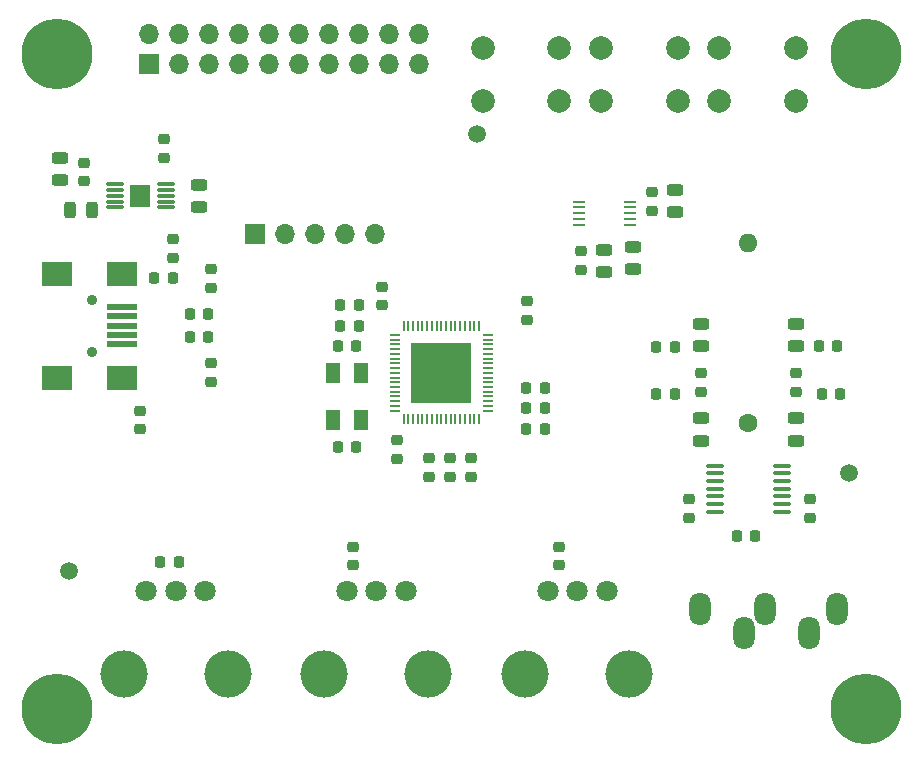
<source format=gbr>
%TF.GenerationSoftware,KiCad,Pcbnew,7.0.7*%
%TF.CreationDate,2023-09-03T16:08:26-07:00*%
%TF.ProjectId,headphone_dac,68656164-7068-46f6-9e65-5f6461632e6b,rev?*%
%TF.SameCoordinates,Original*%
%TF.FileFunction,Soldermask,Top*%
%TF.FilePolarity,Negative*%
%FSLAX46Y46*%
G04 Gerber Fmt 4.6, Leading zero omitted, Abs format (unit mm)*
G04 Created by KiCad (PCBNEW 7.0.7) date 2023-09-03 16:08:26*
%MOMM*%
%LPD*%
G01*
G04 APERTURE LIST*
G04 Aperture macros list*
%AMRoundRect*
0 Rectangle with rounded corners*
0 $1 Rounding radius*
0 $2 $3 $4 $5 $6 $7 $8 $9 X,Y pos of 4 corners*
0 Add a 4 corners polygon primitive as box body*
4,1,4,$2,$3,$4,$5,$6,$7,$8,$9,$2,$3,0*
0 Add four circle primitives for the rounded corners*
1,1,$1+$1,$2,$3*
1,1,$1+$1,$4,$5*
1,1,$1+$1,$6,$7*
1,1,$1+$1,$8,$9*
0 Add four rect primitives between the rounded corners*
20,1,$1+$1,$2,$3,$4,$5,0*
20,1,$1+$1,$4,$5,$6,$7,0*
20,1,$1+$1,$6,$7,$8,$9,0*
20,1,$1+$1,$8,$9,$2,$3,0*%
G04 Aperture macros list end*
%ADD10RoundRect,0.050000X-0.050000X0.362500X-0.050000X-0.362500X0.050000X-0.362500X0.050000X0.362500X0*%
%ADD11RoundRect,0.050000X-0.362500X0.050000X-0.362500X-0.050000X0.362500X-0.050000X0.362500X0.050000X0*%
%ADD12R,5.200000X5.200000*%
%ADD13C,4.000000*%
%ADD14C,1.800000*%
%ADD15RoundRect,0.218750X-0.256250X0.218750X-0.256250X-0.218750X0.256250X-0.218750X0.256250X0.218750X0*%
%ADD16RoundRect,0.218750X-0.218750X-0.256250X0.218750X-0.256250X0.218750X0.256250X-0.218750X0.256250X0*%
%ADD17RoundRect,0.218750X0.218750X0.256250X-0.218750X0.256250X-0.218750X-0.256250X0.218750X-0.256250X0*%
%ADD18RoundRect,0.218750X0.256250X-0.218750X0.256250X0.218750X-0.256250X0.218750X-0.256250X-0.218750X0*%
%ADD19RoundRect,0.243750X0.456250X-0.243750X0.456250X0.243750X-0.456250X0.243750X-0.456250X-0.243750X0*%
%ADD20RoundRect,0.243750X0.243750X0.456250X-0.243750X0.456250X-0.243750X-0.456250X0.243750X-0.456250X0*%
%ADD21RoundRect,0.243750X-0.456250X0.243750X-0.456250X-0.243750X0.456250X-0.243750X0.456250X0.243750X0*%
%ADD22C,0.900000*%
%ADD23R,2.500000X0.500000*%
%ADD24R,2.500000X2.000000*%
%ADD25O,1.800000X2.800000*%
%ADD26C,1.600000*%
%ADD27O,1.600000X1.600000*%
%ADD28C,2.000000*%
%ADD29RoundRect,0.075000X0.650000X0.075000X-0.650000X0.075000X-0.650000X-0.075000X0.650000X-0.075000X0*%
%ADD30R,1.680000X1.880000*%
%ADD31R,1.100000X0.250000*%
%ADD32RoundRect,0.100000X-0.637500X-0.100000X0.637500X-0.100000X0.637500X0.100000X-0.637500X0.100000X0*%
%ADD33R,1.200000X1.800000*%
%ADD34C,6.000000*%
%ADD35C,0.800000*%
%ADD36R,1.700000X1.700000*%
%ADD37O,1.700000X1.700000*%
%ADD38C,1.500000*%
G04 APERTURE END LIST*
D10*
%TO.C,U2*%
X127700000Y-119062500D03*
X127300000Y-119062500D03*
X126900000Y-119062500D03*
X126500000Y-119062500D03*
X126100000Y-119062500D03*
X125700000Y-119062500D03*
X125300000Y-119062500D03*
X124900000Y-119062500D03*
X124500000Y-119062500D03*
X124100000Y-119062500D03*
X123700000Y-119062500D03*
X123300000Y-119062500D03*
X122900000Y-119062500D03*
X122500000Y-119062500D03*
X122100000Y-119062500D03*
X121700000Y-119062500D03*
X121300000Y-119062500D03*
D11*
X120562500Y-119800000D03*
X120562500Y-120200000D03*
X120562500Y-120600000D03*
X120562500Y-121000000D03*
X120562500Y-121400000D03*
X120562500Y-121800000D03*
X120562500Y-122200000D03*
X120562500Y-122600000D03*
X120562500Y-123000000D03*
X120562500Y-123400000D03*
X120562500Y-123800000D03*
X120562500Y-124200000D03*
X120562500Y-124600000D03*
X120562500Y-125000000D03*
X120562500Y-125400000D03*
X120562500Y-125800000D03*
X120562500Y-126200000D03*
D10*
X121300000Y-126937500D03*
X121700000Y-126937500D03*
X122100000Y-126937500D03*
X122500000Y-126937500D03*
X122900000Y-126937500D03*
X123300000Y-126937500D03*
X123700000Y-126937500D03*
X124100000Y-126937500D03*
X124500000Y-126937500D03*
X124900000Y-126937500D03*
X125300000Y-126937500D03*
X125700000Y-126937500D03*
X126100000Y-126937500D03*
X126500000Y-126937500D03*
X126900000Y-126937500D03*
X127300000Y-126937500D03*
X127700000Y-126937500D03*
D11*
X128437500Y-126200000D03*
X128437500Y-125800000D03*
X128437500Y-125400000D03*
X128437500Y-125000000D03*
X128437500Y-124600000D03*
X128437500Y-124200000D03*
X128437500Y-123800000D03*
X128437500Y-123400000D03*
X128437500Y-123000000D03*
X128437500Y-122600000D03*
X128437500Y-122200000D03*
X128437500Y-121800000D03*
X128437500Y-121400000D03*
X128437500Y-121000000D03*
X128437500Y-120600000D03*
X128437500Y-120200000D03*
X128437500Y-119800000D03*
D12*
X124500000Y-123000000D03*
%TD*%
D13*
%TO.C,RV3*%
X140400000Y-148500000D03*
X131600000Y-148500000D03*
D14*
X133500000Y-141500000D03*
X136000000Y-141500000D03*
X138500000Y-141500000D03*
%TD*%
D15*
%TO.C,C1*%
X123500000Y-130212500D03*
X123500000Y-131787500D03*
%TD*%
D16*
%TO.C,C2*%
X131712500Y-126000000D03*
X133287500Y-126000000D03*
%TD*%
D17*
%TO.C,C3*%
X117537500Y-117250000D03*
X115962500Y-117250000D03*
%TD*%
D15*
%TO.C,C4*%
X127000000Y-130212500D03*
X127000000Y-131787500D03*
%TD*%
D18*
%TO.C,C5*%
X119500000Y-117287500D03*
X119500000Y-115712500D03*
%TD*%
D17*
%TO.C,C6*%
X117537500Y-119000000D03*
X115962500Y-119000000D03*
%TD*%
D18*
%TO.C,C8*%
X105000000Y-115787500D03*
X105000000Y-114212500D03*
%TD*%
D15*
%TO.C,C9*%
X120750000Y-128712500D03*
X120750000Y-130287500D03*
%TD*%
%TO.C,C10*%
X125250000Y-130212500D03*
X125250000Y-131787500D03*
%TD*%
D16*
%TO.C,C11*%
X131712500Y-127750000D03*
X133287500Y-127750000D03*
%TD*%
%TO.C,C12*%
X131712500Y-124250000D03*
X133287500Y-124250000D03*
%TD*%
D17*
%TO.C,C14*%
X101787500Y-115000000D03*
X100212500Y-115000000D03*
%TD*%
D19*
%TO.C,C15*%
X104000000Y-108937500D03*
X104000000Y-107062500D03*
%TD*%
%TO.C,C16*%
X92250000Y-106687500D03*
X92250000Y-104812500D03*
%TD*%
D20*
%TO.C,C17*%
X94937500Y-109250000D03*
X93062500Y-109250000D03*
%TD*%
D16*
%TO.C,C18*%
X115712500Y-120750000D03*
X117287500Y-120750000D03*
%TD*%
D17*
%TO.C,C19*%
X117287500Y-129250000D03*
X115712500Y-129250000D03*
%TD*%
D18*
%TO.C,C20*%
X142300000Y-109287500D03*
X142300000Y-107712500D03*
%TD*%
D19*
%TO.C,C21*%
X144300000Y-109375000D03*
X144300000Y-107500000D03*
%TD*%
D15*
%TO.C,C22*%
X136300000Y-112712500D03*
X136300000Y-114287500D03*
%TD*%
D19*
%TO.C,C23*%
X140750000Y-114187500D03*
X140750000Y-112312500D03*
%TD*%
D21*
%TO.C,C24*%
X138300000Y-112562500D03*
X138300000Y-114437500D03*
%TD*%
D19*
%TO.C,C25*%
X146500000Y-120737500D03*
X146500000Y-118862500D03*
%TD*%
%TO.C,C26*%
X154500000Y-120737500D03*
X154500000Y-118862500D03*
%TD*%
D16*
%TO.C,C27*%
X100712500Y-139000000D03*
X102287500Y-139000000D03*
%TD*%
%TO.C,C28*%
X142712500Y-124800000D03*
X144287500Y-124800000D03*
%TD*%
D19*
%TO.C,C30*%
X146500000Y-128737500D03*
X146500000Y-126862500D03*
%TD*%
%TO.C,C31*%
X154500000Y-128737500D03*
X154500000Y-126862500D03*
%TD*%
D18*
%TO.C,C32*%
X155750000Y-135287500D03*
X155750000Y-133712500D03*
%TD*%
%TO.C,C33*%
X145500000Y-135287500D03*
X145500000Y-133712500D03*
%TD*%
D17*
%TO.C,C34*%
X151075000Y-136800000D03*
X149500000Y-136800000D03*
%TD*%
D15*
%TO.C,FB1*%
X101750000Y-111712500D03*
X101750000Y-113287500D03*
%TD*%
D22*
%TO.C,J1*%
X94900000Y-116800000D03*
X94900000Y-121200000D03*
D23*
X97500000Y-117400000D03*
X97500000Y-118200000D03*
X97500000Y-119000000D03*
X97500000Y-119800000D03*
X97500000Y-120600000D03*
D24*
X97500000Y-114600000D03*
X92000000Y-114600000D03*
X97500000Y-123400000D03*
X92000000Y-123400000D03*
%TD*%
D25*
%TO.C,J6*%
X150100000Y-145000000D03*
X151900000Y-143000000D03*
X158000000Y-143000000D03*
X155600000Y-145000000D03*
X146400000Y-143000000D03*
%TD*%
D15*
%TO.C,R1*%
X99000000Y-126212500D03*
X99000000Y-127787500D03*
%TD*%
D17*
%TO.C,R2*%
X104787500Y-120000000D03*
X103212500Y-120000000D03*
%TD*%
%TO.C,R3*%
X104787500Y-118000000D03*
X103212500Y-118000000D03*
%TD*%
D18*
%TO.C,R4*%
X101000000Y-104787500D03*
X101000000Y-103212500D03*
%TD*%
%TO.C,R5*%
X94250000Y-106787500D03*
X94250000Y-105212500D03*
%TD*%
D16*
%TO.C,R6*%
X142712500Y-120800000D03*
X144287500Y-120800000D03*
%TD*%
%TO.C,R7*%
X156462500Y-120750000D03*
X158037500Y-120750000D03*
%TD*%
D18*
%TO.C,R8*%
X146500000Y-124587500D03*
X146500000Y-123012500D03*
%TD*%
%TO.C,R9*%
X154500000Y-124587500D03*
X154500000Y-123012500D03*
%TD*%
D26*
%TO.C,R10*%
X150500000Y-127250000D03*
D27*
X150500000Y-112010000D03*
%TD*%
D13*
%TO.C,RV1*%
X106400000Y-148500000D03*
X97600000Y-148500000D03*
D14*
X99500000Y-141500000D03*
X102000000Y-141500000D03*
X104500000Y-141500000D03*
%TD*%
D13*
%TO.C,RV2*%
X123400000Y-148500000D03*
X114600000Y-148500000D03*
D14*
X116500000Y-141500000D03*
X119000000Y-141500000D03*
X121500000Y-141500000D03*
%TD*%
D28*
%TO.C,SW1*%
X134500000Y-100000000D03*
X128000000Y-100000000D03*
X134500000Y-95500000D03*
X128000000Y-95500000D03*
%TD*%
%TO.C,SW2*%
X138000000Y-95500000D03*
X144500000Y-95500000D03*
X138000000Y-100000000D03*
X144500000Y-100000000D03*
%TD*%
D29*
%TO.C,U1*%
X101150000Y-109000000D03*
X101150000Y-108500000D03*
X101150000Y-108000000D03*
X101150000Y-107500000D03*
X101150000Y-107000000D03*
X96850000Y-107000000D03*
X96850000Y-107500000D03*
X96850000Y-108000000D03*
X96850000Y-108500000D03*
X96850000Y-109000000D03*
D30*
X99000000Y-108000000D03*
%TD*%
D31*
%TO.C,U3*%
X136150000Y-108500000D03*
X136150000Y-109000000D03*
X136150000Y-109500000D03*
X136150000Y-110000000D03*
X136150000Y-110500000D03*
X140450000Y-110500000D03*
X140450000Y-110000000D03*
X140450000Y-109500000D03*
X140450000Y-109000000D03*
X140450000Y-108500000D03*
%TD*%
D32*
%TO.C,U4*%
X147637500Y-130850000D03*
X147637500Y-131500000D03*
X147637500Y-132150000D03*
X147637500Y-132800000D03*
X147637500Y-133450000D03*
X147637500Y-134100000D03*
X147637500Y-134750000D03*
X153362500Y-134750000D03*
X153362500Y-134100000D03*
X153362500Y-133450000D03*
X153362500Y-132800000D03*
X153362500Y-132150000D03*
X153362500Y-131500000D03*
X153362500Y-130850000D03*
%TD*%
D28*
%TO.C,SW3*%
X154500000Y-100000000D03*
X148000000Y-100000000D03*
X154500000Y-95500000D03*
X148000000Y-95500000D03*
%TD*%
D18*
%TO.C,C35*%
X117000000Y-139287500D03*
X117000000Y-137712500D03*
%TD*%
%TO.C,C36*%
X134500000Y-139287500D03*
X134500000Y-137712500D03*
%TD*%
D33*
%TO.C,Y1*%
X117700000Y-127000000D03*
X117700000Y-123000000D03*
X115300000Y-123000000D03*
X115300000Y-127000000D03*
%TD*%
D34*
%TO.C,H2*%
X92000000Y-96000000D03*
%TD*%
%TO.C,H3*%
X160500000Y-96000000D03*
%TD*%
%TO.C,H4*%
X160500000Y-151500000D03*
%TD*%
D35*
%TO.C,H1*%
X89750000Y-151500000D03*
X90409010Y-149909010D03*
X90409010Y-153090990D03*
X92000000Y-149250000D03*
D34*
X92000000Y-151500000D03*
D35*
X92000000Y-153750000D03*
X93590990Y-149909010D03*
X93590990Y-153090990D03*
X94250000Y-151500000D03*
%TD*%
D18*
%TO.C,C7*%
X105000000Y-123787500D03*
X105000000Y-122212500D03*
%TD*%
%TO.C,C13*%
X131750000Y-118537500D03*
X131750000Y-116962500D03*
%TD*%
D16*
%TO.C,C29*%
X156712500Y-124800000D03*
X158287500Y-124800000D03*
%TD*%
D36*
%TO.C,J2*%
X99750000Y-96850000D03*
D37*
X99750000Y-94310000D03*
X102290000Y-96850000D03*
X102290000Y-94310000D03*
X104830000Y-96850000D03*
X104830000Y-94310000D03*
X107370000Y-96850000D03*
X107370000Y-94310000D03*
X109910000Y-96850000D03*
X109910000Y-94310000D03*
X112450000Y-96850000D03*
X112450000Y-94310000D03*
X114990000Y-96850000D03*
X114990000Y-94310000D03*
X117530000Y-96850000D03*
X117530000Y-94310000D03*
X120070000Y-96850000D03*
X120070000Y-94310000D03*
X122610000Y-96850000D03*
X122610000Y-94310000D03*
%TD*%
D36*
%TO.C,J3*%
X108750000Y-111250000D03*
D37*
X111290000Y-111250000D03*
X113830000Y-111250000D03*
X116370000Y-111250000D03*
X118910000Y-111250000D03*
%TD*%
D38*
%TO.C,FID1*%
X93000000Y-139750000D03*
%TD*%
%TO.C,FID2*%
X159000000Y-131500000D03*
%TD*%
%TO.C,FID3*%
X127500000Y-102750000D03*
%TD*%
M02*

</source>
